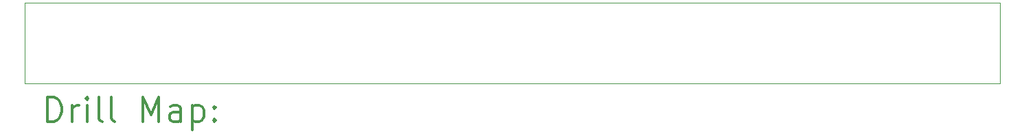
<source format=gbr>
%FSLAX45Y45*%
G04 Gerber Fmt 4.5, Leading zero omitted, Abs format (unit mm)*
G04 Created by KiCad (PCBNEW 5.1.10-88a1d61d58~88~ubuntu18.04.1) date 2021-09-30 15:30:22*
%MOMM*%
%LPD*%
G01*
G04 APERTURE LIST*
%TA.AperFunction,Profile*%
%ADD10C,0.050000*%
%TD*%
%ADD11C,0.200000*%
%ADD12C,0.300000*%
G04 APERTURE END LIST*
D10*
X8350110Y-11007310D02*
X20370800Y-11007310D01*
X20370800Y-11006820D02*
X20370800Y-10007110D01*
X20370800Y-10007110D02*
X8350110Y-10007110D01*
X8350110Y-10007110D02*
X8350110Y-11007310D01*
D11*
D12*
X8634038Y-11475524D02*
X8634038Y-11175524D01*
X8705467Y-11175524D01*
X8748324Y-11189810D01*
X8776896Y-11218381D01*
X8791181Y-11246953D01*
X8805467Y-11304096D01*
X8805467Y-11346953D01*
X8791181Y-11404096D01*
X8776896Y-11432667D01*
X8748324Y-11461239D01*
X8705467Y-11475524D01*
X8634038Y-11475524D01*
X8934038Y-11475524D02*
X8934038Y-11275524D01*
X8934038Y-11332667D02*
X8948324Y-11304096D01*
X8962610Y-11289810D01*
X8991181Y-11275524D01*
X9019753Y-11275524D01*
X9119753Y-11475524D02*
X9119753Y-11275524D01*
X9119753Y-11175524D02*
X9105467Y-11189810D01*
X9119753Y-11204096D01*
X9134038Y-11189810D01*
X9119753Y-11175524D01*
X9119753Y-11204096D01*
X9305467Y-11475524D02*
X9276896Y-11461239D01*
X9262610Y-11432667D01*
X9262610Y-11175524D01*
X9462610Y-11475524D02*
X9434038Y-11461239D01*
X9419753Y-11432667D01*
X9419753Y-11175524D01*
X9805467Y-11475524D02*
X9805467Y-11175524D01*
X9905467Y-11389810D01*
X10005467Y-11175524D01*
X10005467Y-11475524D01*
X10276896Y-11475524D02*
X10276896Y-11318381D01*
X10262610Y-11289810D01*
X10234038Y-11275524D01*
X10176896Y-11275524D01*
X10148324Y-11289810D01*
X10276896Y-11461239D02*
X10248324Y-11475524D01*
X10176896Y-11475524D01*
X10148324Y-11461239D01*
X10134038Y-11432667D01*
X10134038Y-11404096D01*
X10148324Y-11375524D01*
X10176896Y-11361239D01*
X10248324Y-11361239D01*
X10276896Y-11346953D01*
X10419753Y-11275524D02*
X10419753Y-11575524D01*
X10419753Y-11289810D02*
X10448324Y-11275524D01*
X10505467Y-11275524D01*
X10534038Y-11289810D01*
X10548324Y-11304096D01*
X10562610Y-11332667D01*
X10562610Y-11418381D01*
X10548324Y-11446953D01*
X10534038Y-11461239D01*
X10505467Y-11475524D01*
X10448324Y-11475524D01*
X10419753Y-11461239D01*
X10691181Y-11446953D02*
X10705467Y-11461239D01*
X10691181Y-11475524D01*
X10676896Y-11461239D01*
X10691181Y-11446953D01*
X10691181Y-11475524D01*
X10691181Y-11289810D02*
X10705467Y-11304096D01*
X10691181Y-11318381D01*
X10676896Y-11304096D01*
X10691181Y-11289810D01*
X10691181Y-11318381D01*
M02*

</source>
